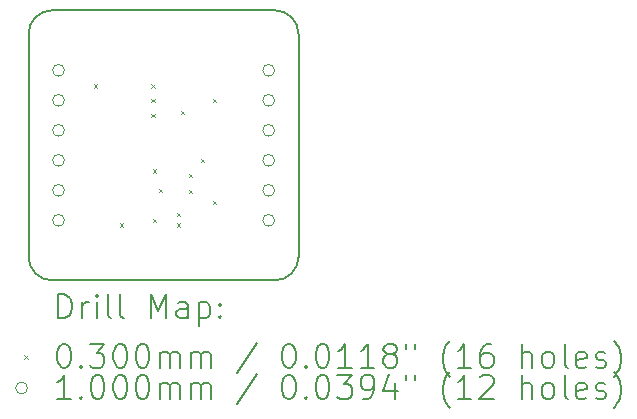
<source format=gbr>
%TF.GenerationSoftware,KiCad,Pcbnew,8.0.8*%
%TF.CreationDate,2025-02-11T20:59:32-05:00*%
%TF.ProjectId,IMU,494d552e-6b69-4636-9164-5f7063625858,rev?*%
%TF.SameCoordinates,Original*%
%TF.FileFunction,Drillmap*%
%TF.FilePolarity,Positive*%
%FSLAX45Y45*%
G04 Gerber Fmt 4.5, Leading zero omitted, Abs format (unit mm)*
G04 Created by KiCad (PCBNEW 8.0.8) date 2025-02-11 20:59:32*
%MOMM*%
%LPD*%
G01*
G04 APERTURE LIST*
%ADD10C,0.160000*%
%ADD11C,0.200000*%
%ADD12C,0.100000*%
G04 APERTURE END LIST*
D10*
X12342200Y-10881800D02*
X14228201Y-10881800D01*
X12342200Y-10881800D02*
G75*
G02*
X12142200Y-10681800I0J200000D01*
G01*
X14428201Y-10681800D02*
G75*
G02*
X14228201Y-10881801I-200001J0D01*
G01*
X14428201Y-10681800D02*
X14428201Y-8795800D01*
X14228201Y-8595800D02*
X12342200Y-8595800D01*
X12142200Y-8795800D02*
X12142200Y-10681800D01*
X14228201Y-8595800D02*
G75*
G02*
X14428200Y-8795800I-1J-200000D01*
G01*
X12142200Y-8795800D02*
G75*
G02*
X12342200Y-8595800I200000J0D01*
G01*
D11*
D12*
X12693800Y-9219800D02*
X12723800Y-9249800D01*
X12723800Y-9219800D02*
X12693800Y-9249800D01*
X12916250Y-10399000D02*
X12946250Y-10429000D01*
X12946250Y-10399000D02*
X12916250Y-10429000D01*
X13181300Y-9219800D02*
X13211300Y-9249800D01*
X13211300Y-9219800D02*
X13181300Y-9249800D01*
X13181300Y-9344800D02*
X13211300Y-9374800D01*
X13211300Y-9344800D02*
X13181300Y-9374800D01*
X13181300Y-9469800D02*
X13211300Y-9499800D01*
X13211300Y-9469800D02*
X13181300Y-9499800D01*
X13195650Y-9941800D02*
X13225650Y-9971800D01*
X13225650Y-9941800D02*
X13195650Y-9971800D01*
X13195650Y-10360900D02*
X13225650Y-10390900D01*
X13225650Y-10360900D02*
X13195650Y-10390900D01*
X13246450Y-10106900D02*
X13276450Y-10136900D01*
X13276450Y-10106900D02*
X13246450Y-10136900D01*
X13398850Y-10310100D02*
X13428850Y-10340100D01*
X13428850Y-10310100D02*
X13398850Y-10340100D01*
X13398850Y-10399000D02*
X13428850Y-10429000D01*
X13428850Y-10399000D02*
X13398850Y-10429000D01*
X13432650Y-9444400D02*
X13462650Y-9474400D01*
X13462650Y-9444400D02*
X13432650Y-9474400D01*
X13498800Y-9977800D02*
X13528800Y-10007800D01*
X13528800Y-9977800D02*
X13498800Y-10007800D01*
X13498800Y-10116400D02*
X13528800Y-10146400D01*
X13528800Y-10116400D02*
X13498800Y-10146400D01*
X13602050Y-9850800D02*
X13632050Y-9880800D01*
X13632050Y-9850800D02*
X13602050Y-9880800D01*
X13702000Y-9342800D02*
X13732000Y-9372800D01*
X13732000Y-9342800D02*
X13702000Y-9372800D01*
X13702000Y-10206400D02*
X13732000Y-10236400D01*
X13732000Y-10206400D02*
X13702000Y-10236400D01*
X12446200Y-9103800D02*
G75*
G02*
X12346200Y-9103800I-50000J0D01*
G01*
X12346200Y-9103800D02*
G75*
G02*
X12446200Y-9103800I50000J0D01*
G01*
X12446200Y-9357800D02*
G75*
G02*
X12346200Y-9357800I-50000J0D01*
G01*
X12346200Y-9357800D02*
G75*
G02*
X12446200Y-9357800I50000J0D01*
G01*
X12446200Y-9611800D02*
G75*
G02*
X12346200Y-9611800I-50000J0D01*
G01*
X12346200Y-9611800D02*
G75*
G02*
X12446200Y-9611800I50000J0D01*
G01*
X12446200Y-9865800D02*
G75*
G02*
X12346200Y-9865800I-50000J0D01*
G01*
X12346200Y-9865800D02*
G75*
G02*
X12446200Y-9865800I50000J0D01*
G01*
X12446200Y-10119800D02*
G75*
G02*
X12346200Y-10119800I-50000J0D01*
G01*
X12346200Y-10119800D02*
G75*
G02*
X12446200Y-10119800I50000J0D01*
G01*
X12446200Y-10373800D02*
G75*
G02*
X12346200Y-10373800I-50000J0D01*
G01*
X12346200Y-10373800D02*
G75*
G02*
X12446200Y-10373800I50000J0D01*
G01*
X14225200Y-9103800D02*
G75*
G02*
X14125200Y-9103800I-50000J0D01*
G01*
X14125200Y-9103800D02*
G75*
G02*
X14225200Y-9103800I50000J0D01*
G01*
X14225200Y-9357800D02*
G75*
G02*
X14125200Y-9357800I-50000J0D01*
G01*
X14125200Y-9357800D02*
G75*
G02*
X14225200Y-9357800I50000J0D01*
G01*
X14225200Y-9611800D02*
G75*
G02*
X14125200Y-9611800I-50000J0D01*
G01*
X14125200Y-9611800D02*
G75*
G02*
X14225200Y-9611800I50000J0D01*
G01*
X14225200Y-9865800D02*
G75*
G02*
X14125200Y-9865800I-50000J0D01*
G01*
X14125200Y-9865800D02*
G75*
G02*
X14225200Y-9865800I50000J0D01*
G01*
X14225200Y-10119800D02*
G75*
G02*
X14125200Y-10119800I-50000J0D01*
G01*
X14125200Y-10119800D02*
G75*
G02*
X14225200Y-10119800I50000J0D01*
G01*
X14225200Y-10373800D02*
G75*
G02*
X14125200Y-10373800I-50000J0D01*
G01*
X14125200Y-10373800D02*
G75*
G02*
X14225200Y-10373800I50000J0D01*
G01*
D11*
X12394977Y-11201284D02*
X12394977Y-11001284D01*
X12394977Y-11001284D02*
X12442596Y-11001284D01*
X12442596Y-11001284D02*
X12471167Y-11010808D01*
X12471167Y-11010808D02*
X12490215Y-11029855D01*
X12490215Y-11029855D02*
X12499739Y-11048903D01*
X12499739Y-11048903D02*
X12509262Y-11086998D01*
X12509262Y-11086998D02*
X12509262Y-11115570D01*
X12509262Y-11115570D02*
X12499739Y-11153665D01*
X12499739Y-11153665D02*
X12490215Y-11172712D01*
X12490215Y-11172712D02*
X12471167Y-11191760D01*
X12471167Y-11191760D02*
X12442596Y-11201284D01*
X12442596Y-11201284D02*
X12394977Y-11201284D01*
X12594977Y-11201284D02*
X12594977Y-11067950D01*
X12594977Y-11106046D02*
X12604501Y-11086998D01*
X12604501Y-11086998D02*
X12614024Y-11077474D01*
X12614024Y-11077474D02*
X12633072Y-11067950D01*
X12633072Y-11067950D02*
X12652120Y-11067950D01*
X12718786Y-11201284D02*
X12718786Y-11067950D01*
X12718786Y-11001284D02*
X12709262Y-11010808D01*
X12709262Y-11010808D02*
X12718786Y-11020331D01*
X12718786Y-11020331D02*
X12728310Y-11010808D01*
X12728310Y-11010808D02*
X12718786Y-11001284D01*
X12718786Y-11001284D02*
X12718786Y-11020331D01*
X12842596Y-11201284D02*
X12823548Y-11191760D01*
X12823548Y-11191760D02*
X12814024Y-11172712D01*
X12814024Y-11172712D02*
X12814024Y-11001284D01*
X12947358Y-11201284D02*
X12928310Y-11191760D01*
X12928310Y-11191760D02*
X12918786Y-11172712D01*
X12918786Y-11172712D02*
X12918786Y-11001284D01*
X13175929Y-11201284D02*
X13175929Y-11001284D01*
X13175929Y-11001284D02*
X13242596Y-11144141D01*
X13242596Y-11144141D02*
X13309262Y-11001284D01*
X13309262Y-11001284D02*
X13309262Y-11201284D01*
X13490215Y-11201284D02*
X13490215Y-11096522D01*
X13490215Y-11096522D02*
X13480691Y-11077474D01*
X13480691Y-11077474D02*
X13461643Y-11067950D01*
X13461643Y-11067950D02*
X13423548Y-11067950D01*
X13423548Y-11067950D02*
X13404501Y-11077474D01*
X13490215Y-11191760D02*
X13471167Y-11201284D01*
X13471167Y-11201284D02*
X13423548Y-11201284D01*
X13423548Y-11201284D02*
X13404501Y-11191760D01*
X13404501Y-11191760D02*
X13394977Y-11172712D01*
X13394977Y-11172712D02*
X13394977Y-11153665D01*
X13394977Y-11153665D02*
X13404501Y-11134617D01*
X13404501Y-11134617D02*
X13423548Y-11125093D01*
X13423548Y-11125093D02*
X13471167Y-11125093D01*
X13471167Y-11125093D02*
X13490215Y-11115570D01*
X13585453Y-11067950D02*
X13585453Y-11267950D01*
X13585453Y-11077474D02*
X13604501Y-11067950D01*
X13604501Y-11067950D02*
X13642596Y-11067950D01*
X13642596Y-11067950D02*
X13661643Y-11077474D01*
X13661643Y-11077474D02*
X13671167Y-11086998D01*
X13671167Y-11086998D02*
X13680691Y-11106046D01*
X13680691Y-11106046D02*
X13680691Y-11163189D01*
X13680691Y-11163189D02*
X13671167Y-11182236D01*
X13671167Y-11182236D02*
X13661643Y-11191760D01*
X13661643Y-11191760D02*
X13642596Y-11201284D01*
X13642596Y-11201284D02*
X13604501Y-11201284D01*
X13604501Y-11201284D02*
X13585453Y-11191760D01*
X13766405Y-11182236D02*
X13775929Y-11191760D01*
X13775929Y-11191760D02*
X13766405Y-11201284D01*
X13766405Y-11201284D02*
X13756882Y-11191760D01*
X13756882Y-11191760D02*
X13766405Y-11182236D01*
X13766405Y-11182236D02*
X13766405Y-11201284D01*
X13766405Y-11077474D02*
X13775929Y-11086998D01*
X13775929Y-11086998D02*
X13766405Y-11096522D01*
X13766405Y-11096522D02*
X13756882Y-11086998D01*
X13756882Y-11086998D02*
X13766405Y-11077474D01*
X13766405Y-11077474D02*
X13766405Y-11096522D01*
D12*
X12104200Y-11514800D02*
X12134200Y-11544800D01*
X12134200Y-11514800D02*
X12104200Y-11544800D01*
D11*
X12433072Y-11421284D02*
X12452120Y-11421284D01*
X12452120Y-11421284D02*
X12471167Y-11430808D01*
X12471167Y-11430808D02*
X12480691Y-11440331D01*
X12480691Y-11440331D02*
X12490215Y-11459379D01*
X12490215Y-11459379D02*
X12499739Y-11497474D01*
X12499739Y-11497474D02*
X12499739Y-11545093D01*
X12499739Y-11545093D02*
X12490215Y-11583188D01*
X12490215Y-11583188D02*
X12480691Y-11602236D01*
X12480691Y-11602236D02*
X12471167Y-11611760D01*
X12471167Y-11611760D02*
X12452120Y-11621284D01*
X12452120Y-11621284D02*
X12433072Y-11621284D01*
X12433072Y-11621284D02*
X12414024Y-11611760D01*
X12414024Y-11611760D02*
X12404501Y-11602236D01*
X12404501Y-11602236D02*
X12394977Y-11583188D01*
X12394977Y-11583188D02*
X12385453Y-11545093D01*
X12385453Y-11545093D02*
X12385453Y-11497474D01*
X12385453Y-11497474D02*
X12394977Y-11459379D01*
X12394977Y-11459379D02*
X12404501Y-11440331D01*
X12404501Y-11440331D02*
X12414024Y-11430808D01*
X12414024Y-11430808D02*
X12433072Y-11421284D01*
X12585453Y-11602236D02*
X12594977Y-11611760D01*
X12594977Y-11611760D02*
X12585453Y-11621284D01*
X12585453Y-11621284D02*
X12575929Y-11611760D01*
X12575929Y-11611760D02*
X12585453Y-11602236D01*
X12585453Y-11602236D02*
X12585453Y-11621284D01*
X12661643Y-11421284D02*
X12785453Y-11421284D01*
X12785453Y-11421284D02*
X12718786Y-11497474D01*
X12718786Y-11497474D02*
X12747358Y-11497474D01*
X12747358Y-11497474D02*
X12766405Y-11506998D01*
X12766405Y-11506998D02*
X12775929Y-11516522D01*
X12775929Y-11516522D02*
X12785453Y-11535569D01*
X12785453Y-11535569D02*
X12785453Y-11583188D01*
X12785453Y-11583188D02*
X12775929Y-11602236D01*
X12775929Y-11602236D02*
X12766405Y-11611760D01*
X12766405Y-11611760D02*
X12747358Y-11621284D01*
X12747358Y-11621284D02*
X12690215Y-11621284D01*
X12690215Y-11621284D02*
X12671167Y-11611760D01*
X12671167Y-11611760D02*
X12661643Y-11602236D01*
X12909262Y-11421284D02*
X12928310Y-11421284D01*
X12928310Y-11421284D02*
X12947358Y-11430808D01*
X12947358Y-11430808D02*
X12956882Y-11440331D01*
X12956882Y-11440331D02*
X12966405Y-11459379D01*
X12966405Y-11459379D02*
X12975929Y-11497474D01*
X12975929Y-11497474D02*
X12975929Y-11545093D01*
X12975929Y-11545093D02*
X12966405Y-11583188D01*
X12966405Y-11583188D02*
X12956882Y-11602236D01*
X12956882Y-11602236D02*
X12947358Y-11611760D01*
X12947358Y-11611760D02*
X12928310Y-11621284D01*
X12928310Y-11621284D02*
X12909262Y-11621284D01*
X12909262Y-11621284D02*
X12890215Y-11611760D01*
X12890215Y-11611760D02*
X12880691Y-11602236D01*
X12880691Y-11602236D02*
X12871167Y-11583188D01*
X12871167Y-11583188D02*
X12861643Y-11545093D01*
X12861643Y-11545093D02*
X12861643Y-11497474D01*
X12861643Y-11497474D02*
X12871167Y-11459379D01*
X12871167Y-11459379D02*
X12880691Y-11440331D01*
X12880691Y-11440331D02*
X12890215Y-11430808D01*
X12890215Y-11430808D02*
X12909262Y-11421284D01*
X13099739Y-11421284D02*
X13118786Y-11421284D01*
X13118786Y-11421284D02*
X13137834Y-11430808D01*
X13137834Y-11430808D02*
X13147358Y-11440331D01*
X13147358Y-11440331D02*
X13156882Y-11459379D01*
X13156882Y-11459379D02*
X13166405Y-11497474D01*
X13166405Y-11497474D02*
X13166405Y-11545093D01*
X13166405Y-11545093D02*
X13156882Y-11583188D01*
X13156882Y-11583188D02*
X13147358Y-11602236D01*
X13147358Y-11602236D02*
X13137834Y-11611760D01*
X13137834Y-11611760D02*
X13118786Y-11621284D01*
X13118786Y-11621284D02*
X13099739Y-11621284D01*
X13099739Y-11621284D02*
X13080691Y-11611760D01*
X13080691Y-11611760D02*
X13071167Y-11602236D01*
X13071167Y-11602236D02*
X13061643Y-11583188D01*
X13061643Y-11583188D02*
X13052120Y-11545093D01*
X13052120Y-11545093D02*
X13052120Y-11497474D01*
X13052120Y-11497474D02*
X13061643Y-11459379D01*
X13061643Y-11459379D02*
X13071167Y-11440331D01*
X13071167Y-11440331D02*
X13080691Y-11430808D01*
X13080691Y-11430808D02*
X13099739Y-11421284D01*
X13252120Y-11621284D02*
X13252120Y-11487950D01*
X13252120Y-11506998D02*
X13261643Y-11497474D01*
X13261643Y-11497474D02*
X13280691Y-11487950D01*
X13280691Y-11487950D02*
X13309263Y-11487950D01*
X13309263Y-11487950D02*
X13328310Y-11497474D01*
X13328310Y-11497474D02*
X13337834Y-11516522D01*
X13337834Y-11516522D02*
X13337834Y-11621284D01*
X13337834Y-11516522D02*
X13347358Y-11497474D01*
X13347358Y-11497474D02*
X13366405Y-11487950D01*
X13366405Y-11487950D02*
X13394977Y-11487950D01*
X13394977Y-11487950D02*
X13414024Y-11497474D01*
X13414024Y-11497474D02*
X13423548Y-11516522D01*
X13423548Y-11516522D02*
X13423548Y-11621284D01*
X13518786Y-11621284D02*
X13518786Y-11487950D01*
X13518786Y-11506998D02*
X13528310Y-11497474D01*
X13528310Y-11497474D02*
X13547358Y-11487950D01*
X13547358Y-11487950D02*
X13575929Y-11487950D01*
X13575929Y-11487950D02*
X13594977Y-11497474D01*
X13594977Y-11497474D02*
X13604501Y-11516522D01*
X13604501Y-11516522D02*
X13604501Y-11621284D01*
X13604501Y-11516522D02*
X13614024Y-11497474D01*
X13614024Y-11497474D02*
X13633072Y-11487950D01*
X13633072Y-11487950D02*
X13661643Y-11487950D01*
X13661643Y-11487950D02*
X13680691Y-11497474D01*
X13680691Y-11497474D02*
X13690215Y-11516522D01*
X13690215Y-11516522D02*
X13690215Y-11621284D01*
X14080691Y-11411760D02*
X13909263Y-11668903D01*
X14337834Y-11421284D02*
X14356882Y-11421284D01*
X14356882Y-11421284D02*
X14375929Y-11430808D01*
X14375929Y-11430808D02*
X14385453Y-11440331D01*
X14385453Y-11440331D02*
X14394977Y-11459379D01*
X14394977Y-11459379D02*
X14404501Y-11497474D01*
X14404501Y-11497474D02*
X14404501Y-11545093D01*
X14404501Y-11545093D02*
X14394977Y-11583188D01*
X14394977Y-11583188D02*
X14385453Y-11602236D01*
X14385453Y-11602236D02*
X14375929Y-11611760D01*
X14375929Y-11611760D02*
X14356882Y-11621284D01*
X14356882Y-11621284D02*
X14337834Y-11621284D01*
X14337834Y-11621284D02*
X14318786Y-11611760D01*
X14318786Y-11611760D02*
X14309263Y-11602236D01*
X14309263Y-11602236D02*
X14299739Y-11583188D01*
X14299739Y-11583188D02*
X14290215Y-11545093D01*
X14290215Y-11545093D02*
X14290215Y-11497474D01*
X14290215Y-11497474D02*
X14299739Y-11459379D01*
X14299739Y-11459379D02*
X14309263Y-11440331D01*
X14309263Y-11440331D02*
X14318786Y-11430808D01*
X14318786Y-11430808D02*
X14337834Y-11421284D01*
X14490215Y-11602236D02*
X14499739Y-11611760D01*
X14499739Y-11611760D02*
X14490215Y-11621284D01*
X14490215Y-11621284D02*
X14480691Y-11611760D01*
X14480691Y-11611760D02*
X14490215Y-11602236D01*
X14490215Y-11602236D02*
X14490215Y-11621284D01*
X14623548Y-11421284D02*
X14642596Y-11421284D01*
X14642596Y-11421284D02*
X14661644Y-11430808D01*
X14661644Y-11430808D02*
X14671167Y-11440331D01*
X14671167Y-11440331D02*
X14680691Y-11459379D01*
X14680691Y-11459379D02*
X14690215Y-11497474D01*
X14690215Y-11497474D02*
X14690215Y-11545093D01*
X14690215Y-11545093D02*
X14680691Y-11583188D01*
X14680691Y-11583188D02*
X14671167Y-11602236D01*
X14671167Y-11602236D02*
X14661644Y-11611760D01*
X14661644Y-11611760D02*
X14642596Y-11621284D01*
X14642596Y-11621284D02*
X14623548Y-11621284D01*
X14623548Y-11621284D02*
X14604501Y-11611760D01*
X14604501Y-11611760D02*
X14594977Y-11602236D01*
X14594977Y-11602236D02*
X14585453Y-11583188D01*
X14585453Y-11583188D02*
X14575929Y-11545093D01*
X14575929Y-11545093D02*
X14575929Y-11497474D01*
X14575929Y-11497474D02*
X14585453Y-11459379D01*
X14585453Y-11459379D02*
X14594977Y-11440331D01*
X14594977Y-11440331D02*
X14604501Y-11430808D01*
X14604501Y-11430808D02*
X14623548Y-11421284D01*
X14880691Y-11621284D02*
X14766406Y-11621284D01*
X14823548Y-11621284D02*
X14823548Y-11421284D01*
X14823548Y-11421284D02*
X14804501Y-11449855D01*
X14804501Y-11449855D02*
X14785453Y-11468903D01*
X14785453Y-11468903D02*
X14766406Y-11478427D01*
X15071167Y-11621284D02*
X14956882Y-11621284D01*
X15014025Y-11621284D02*
X15014025Y-11421284D01*
X15014025Y-11421284D02*
X14994977Y-11449855D01*
X14994977Y-11449855D02*
X14975929Y-11468903D01*
X14975929Y-11468903D02*
X14956882Y-11478427D01*
X15185453Y-11506998D02*
X15166406Y-11497474D01*
X15166406Y-11497474D02*
X15156882Y-11487950D01*
X15156882Y-11487950D02*
X15147358Y-11468903D01*
X15147358Y-11468903D02*
X15147358Y-11459379D01*
X15147358Y-11459379D02*
X15156882Y-11440331D01*
X15156882Y-11440331D02*
X15166406Y-11430808D01*
X15166406Y-11430808D02*
X15185453Y-11421284D01*
X15185453Y-11421284D02*
X15223548Y-11421284D01*
X15223548Y-11421284D02*
X15242596Y-11430808D01*
X15242596Y-11430808D02*
X15252120Y-11440331D01*
X15252120Y-11440331D02*
X15261644Y-11459379D01*
X15261644Y-11459379D02*
X15261644Y-11468903D01*
X15261644Y-11468903D02*
X15252120Y-11487950D01*
X15252120Y-11487950D02*
X15242596Y-11497474D01*
X15242596Y-11497474D02*
X15223548Y-11506998D01*
X15223548Y-11506998D02*
X15185453Y-11506998D01*
X15185453Y-11506998D02*
X15166406Y-11516522D01*
X15166406Y-11516522D02*
X15156882Y-11526046D01*
X15156882Y-11526046D02*
X15147358Y-11545093D01*
X15147358Y-11545093D02*
X15147358Y-11583188D01*
X15147358Y-11583188D02*
X15156882Y-11602236D01*
X15156882Y-11602236D02*
X15166406Y-11611760D01*
X15166406Y-11611760D02*
X15185453Y-11621284D01*
X15185453Y-11621284D02*
X15223548Y-11621284D01*
X15223548Y-11621284D02*
X15242596Y-11611760D01*
X15242596Y-11611760D02*
X15252120Y-11602236D01*
X15252120Y-11602236D02*
X15261644Y-11583188D01*
X15261644Y-11583188D02*
X15261644Y-11545093D01*
X15261644Y-11545093D02*
X15252120Y-11526046D01*
X15252120Y-11526046D02*
X15242596Y-11516522D01*
X15242596Y-11516522D02*
X15223548Y-11506998D01*
X15337834Y-11421284D02*
X15337834Y-11459379D01*
X15414025Y-11421284D02*
X15414025Y-11459379D01*
X15709263Y-11697474D02*
X15699739Y-11687950D01*
X15699739Y-11687950D02*
X15680691Y-11659379D01*
X15680691Y-11659379D02*
X15671168Y-11640331D01*
X15671168Y-11640331D02*
X15661644Y-11611760D01*
X15661644Y-11611760D02*
X15652120Y-11564141D01*
X15652120Y-11564141D02*
X15652120Y-11526046D01*
X15652120Y-11526046D02*
X15661644Y-11478427D01*
X15661644Y-11478427D02*
X15671168Y-11449855D01*
X15671168Y-11449855D02*
X15680691Y-11430808D01*
X15680691Y-11430808D02*
X15699739Y-11402236D01*
X15699739Y-11402236D02*
X15709263Y-11392712D01*
X15890215Y-11621284D02*
X15775929Y-11621284D01*
X15833072Y-11621284D02*
X15833072Y-11421284D01*
X15833072Y-11421284D02*
X15814025Y-11449855D01*
X15814025Y-11449855D02*
X15794977Y-11468903D01*
X15794977Y-11468903D02*
X15775929Y-11478427D01*
X16061644Y-11421284D02*
X16023548Y-11421284D01*
X16023548Y-11421284D02*
X16004501Y-11430808D01*
X16004501Y-11430808D02*
X15994977Y-11440331D01*
X15994977Y-11440331D02*
X15975929Y-11468903D01*
X15975929Y-11468903D02*
X15966406Y-11506998D01*
X15966406Y-11506998D02*
X15966406Y-11583188D01*
X15966406Y-11583188D02*
X15975929Y-11602236D01*
X15975929Y-11602236D02*
X15985453Y-11611760D01*
X15985453Y-11611760D02*
X16004501Y-11621284D01*
X16004501Y-11621284D02*
X16042596Y-11621284D01*
X16042596Y-11621284D02*
X16061644Y-11611760D01*
X16061644Y-11611760D02*
X16071168Y-11602236D01*
X16071168Y-11602236D02*
X16080691Y-11583188D01*
X16080691Y-11583188D02*
X16080691Y-11535569D01*
X16080691Y-11535569D02*
X16071168Y-11516522D01*
X16071168Y-11516522D02*
X16061644Y-11506998D01*
X16061644Y-11506998D02*
X16042596Y-11497474D01*
X16042596Y-11497474D02*
X16004501Y-11497474D01*
X16004501Y-11497474D02*
X15985453Y-11506998D01*
X15985453Y-11506998D02*
X15975929Y-11516522D01*
X15975929Y-11516522D02*
X15966406Y-11535569D01*
X16318787Y-11621284D02*
X16318787Y-11421284D01*
X16404501Y-11621284D02*
X16404501Y-11516522D01*
X16404501Y-11516522D02*
X16394977Y-11497474D01*
X16394977Y-11497474D02*
X16375930Y-11487950D01*
X16375930Y-11487950D02*
X16347358Y-11487950D01*
X16347358Y-11487950D02*
X16328310Y-11497474D01*
X16328310Y-11497474D02*
X16318787Y-11506998D01*
X16528310Y-11621284D02*
X16509263Y-11611760D01*
X16509263Y-11611760D02*
X16499739Y-11602236D01*
X16499739Y-11602236D02*
X16490215Y-11583188D01*
X16490215Y-11583188D02*
X16490215Y-11526046D01*
X16490215Y-11526046D02*
X16499739Y-11506998D01*
X16499739Y-11506998D02*
X16509263Y-11497474D01*
X16509263Y-11497474D02*
X16528310Y-11487950D01*
X16528310Y-11487950D02*
X16556882Y-11487950D01*
X16556882Y-11487950D02*
X16575930Y-11497474D01*
X16575930Y-11497474D02*
X16585453Y-11506998D01*
X16585453Y-11506998D02*
X16594977Y-11526046D01*
X16594977Y-11526046D02*
X16594977Y-11583188D01*
X16594977Y-11583188D02*
X16585453Y-11602236D01*
X16585453Y-11602236D02*
X16575930Y-11611760D01*
X16575930Y-11611760D02*
X16556882Y-11621284D01*
X16556882Y-11621284D02*
X16528310Y-11621284D01*
X16709263Y-11621284D02*
X16690215Y-11611760D01*
X16690215Y-11611760D02*
X16680691Y-11592712D01*
X16680691Y-11592712D02*
X16680691Y-11421284D01*
X16861644Y-11611760D02*
X16842596Y-11621284D01*
X16842596Y-11621284D02*
X16804501Y-11621284D01*
X16804501Y-11621284D02*
X16785453Y-11611760D01*
X16785453Y-11611760D02*
X16775930Y-11592712D01*
X16775930Y-11592712D02*
X16775930Y-11516522D01*
X16775930Y-11516522D02*
X16785453Y-11497474D01*
X16785453Y-11497474D02*
X16804501Y-11487950D01*
X16804501Y-11487950D02*
X16842596Y-11487950D01*
X16842596Y-11487950D02*
X16861644Y-11497474D01*
X16861644Y-11497474D02*
X16871168Y-11516522D01*
X16871168Y-11516522D02*
X16871168Y-11535569D01*
X16871168Y-11535569D02*
X16775930Y-11554617D01*
X16947358Y-11611760D02*
X16966406Y-11621284D01*
X16966406Y-11621284D02*
X17004501Y-11621284D01*
X17004501Y-11621284D02*
X17023549Y-11611760D01*
X17023549Y-11611760D02*
X17033073Y-11592712D01*
X17033073Y-11592712D02*
X17033073Y-11583188D01*
X17033073Y-11583188D02*
X17023549Y-11564141D01*
X17023549Y-11564141D02*
X17004501Y-11554617D01*
X17004501Y-11554617D02*
X16975930Y-11554617D01*
X16975930Y-11554617D02*
X16956882Y-11545093D01*
X16956882Y-11545093D02*
X16947358Y-11526046D01*
X16947358Y-11526046D02*
X16947358Y-11516522D01*
X16947358Y-11516522D02*
X16956882Y-11497474D01*
X16956882Y-11497474D02*
X16975930Y-11487950D01*
X16975930Y-11487950D02*
X17004501Y-11487950D01*
X17004501Y-11487950D02*
X17023549Y-11497474D01*
X17099739Y-11697474D02*
X17109263Y-11687950D01*
X17109263Y-11687950D02*
X17128311Y-11659379D01*
X17128311Y-11659379D02*
X17137834Y-11640331D01*
X17137834Y-11640331D02*
X17147358Y-11611760D01*
X17147358Y-11611760D02*
X17156882Y-11564141D01*
X17156882Y-11564141D02*
X17156882Y-11526046D01*
X17156882Y-11526046D02*
X17147358Y-11478427D01*
X17147358Y-11478427D02*
X17137834Y-11449855D01*
X17137834Y-11449855D02*
X17128311Y-11430808D01*
X17128311Y-11430808D02*
X17109263Y-11402236D01*
X17109263Y-11402236D02*
X17099739Y-11392712D01*
D12*
X12134200Y-11793800D02*
G75*
G02*
X12034200Y-11793800I-50000J0D01*
G01*
X12034200Y-11793800D02*
G75*
G02*
X12134200Y-11793800I50000J0D01*
G01*
D11*
X12499739Y-11885284D02*
X12385453Y-11885284D01*
X12442596Y-11885284D02*
X12442596Y-11685284D01*
X12442596Y-11685284D02*
X12423548Y-11713855D01*
X12423548Y-11713855D02*
X12404501Y-11732903D01*
X12404501Y-11732903D02*
X12385453Y-11742427D01*
X12585453Y-11866236D02*
X12594977Y-11875760D01*
X12594977Y-11875760D02*
X12585453Y-11885284D01*
X12585453Y-11885284D02*
X12575929Y-11875760D01*
X12575929Y-11875760D02*
X12585453Y-11866236D01*
X12585453Y-11866236D02*
X12585453Y-11885284D01*
X12718786Y-11685284D02*
X12737834Y-11685284D01*
X12737834Y-11685284D02*
X12756882Y-11694808D01*
X12756882Y-11694808D02*
X12766405Y-11704331D01*
X12766405Y-11704331D02*
X12775929Y-11723379D01*
X12775929Y-11723379D02*
X12785453Y-11761474D01*
X12785453Y-11761474D02*
X12785453Y-11809093D01*
X12785453Y-11809093D02*
X12775929Y-11847188D01*
X12775929Y-11847188D02*
X12766405Y-11866236D01*
X12766405Y-11866236D02*
X12756882Y-11875760D01*
X12756882Y-11875760D02*
X12737834Y-11885284D01*
X12737834Y-11885284D02*
X12718786Y-11885284D01*
X12718786Y-11885284D02*
X12699739Y-11875760D01*
X12699739Y-11875760D02*
X12690215Y-11866236D01*
X12690215Y-11866236D02*
X12680691Y-11847188D01*
X12680691Y-11847188D02*
X12671167Y-11809093D01*
X12671167Y-11809093D02*
X12671167Y-11761474D01*
X12671167Y-11761474D02*
X12680691Y-11723379D01*
X12680691Y-11723379D02*
X12690215Y-11704331D01*
X12690215Y-11704331D02*
X12699739Y-11694808D01*
X12699739Y-11694808D02*
X12718786Y-11685284D01*
X12909262Y-11685284D02*
X12928310Y-11685284D01*
X12928310Y-11685284D02*
X12947358Y-11694808D01*
X12947358Y-11694808D02*
X12956882Y-11704331D01*
X12956882Y-11704331D02*
X12966405Y-11723379D01*
X12966405Y-11723379D02*
X12975929Y-11761474D01*
X12975929Y-11761474D02*
X12975929Y-11809093D01*
X12975929Y-11809093D02*
X12966405Y-11847188D01*
X12966405Y-11847188D02*
X12956882Y-11866236D01*
X12956882Y-11866236D02*
X12947358Y-11875760D01*
X12947358Y-11875760D02*
X12928310Y-11885284D01*
X12928310Y-11885284D02*
X12909262Y-11885284D01*
X12909262Y-11885284D02*
X12890215Y-11875760D01*
X12890215Y-11875760D02*
X12880691Y-11866236D01*
X12880691Y-11866236D02*
X12871167Y-11847188D01*
X12871167Y-11847188D02*
X12861643Y-11809093D01*
X12861643Y-11809093D02*
X12861643Y-11761474D01*
X12861643Y-11761474D02*
X12871167Y-11723379D01*
X12871167Y-11723379D02*
X12880691Y-11704331D01*
X12880691Y-11704331D02*
X12890215Y-11694808D01*
X12890215Y-11694808D02*
X12909262Y-11685284D01*
X13099739Y-11685284D02*
X13118786Y-11685284D01*
X13118786Y-11685284D02*
X13137834Y-11694808D01*
X13137834Y-11694808D02*
X13147358Y-11704331D01*
X13147358Y-11704331D02*
X13156882Y-11723379D01*
X13156882Y-11723379D02*
X13166405Y-11761474D01*
X13166405Y-11761474D02*
X13166405Y-11809093D01*
X13166405Y-11809093D02*
X13156882Y-11847188D01*
X13156882Y-11847188D02*
X13147358Y-11866236D01*
X13147358Y-11866236D02*
X13137834Y-11875760D01*
X13137834Y-11875760D02*
X13118786Y-11885284D01*
X13118786Y-11885284D02*
X13099739Y-11885284D01*
X13099739Y-11885284D02*
X13080691Y-11875760D01*
X13080691Y-11875760D02*
X13071167Y-11866236D01*
X13071167Y-11866236D02*
X13061643Y-11847188D01*
X13061643Y-11847188D02*
X13052120Y-11809093D01*
X13052120Y-11809093D02*
X13052120Y-11761474D01*
X13052120Y-11761474D02*
X13061643Y-11723379D01*
X13061643Y-11723379D02*
X13071167Y-11704331D01*
X13071167Y-11704331D02*
X13080691Y-11694808D01*
X13080691Y-11694808D02*
X13099739Y-11685284D01*
X13252120Y-11885284D02*
X13252120Y-11751950D01*
X13252120Y-11770998D02*
X13261643Y-11761474D01*
X13261643Y-11761474D02*
X13280691Y-11751950D01*
X13280691Y-11751950D02*
X13309263Y-11751950D01*
X13309263Y-11751950D02*
X13328310Y-11761474D01*
X13328310Y-11761474D02*
X13337834Y-11780522D01*
X13337834Y-11780522D02*
X13337834Y-11885284D01*
X13337834Y-11780522D02*
X13347358Y-11761474D01*
X13347358Y-11761474D02*
X13366405Y-11751950D01*
X13366405Y-11751950D02*
X13394977Y-11751950D01*
X13394977Y-11751950D02*
X13414024Y-11761474D01*
X13414024Y-11761474D02*
X13423548Y-11780522D01*
X13423548Y-11780522D02*
X13423548Y-11885284D01*
X13518786Y-11885284D02*
X13518786Y-11751950D01*
X13518786Y-11770998D02*
X13528310Y-11761474D01*
X13528310Y-11761474D02*
X13547358Y-11751950D01*
X13547358Y-11751950D02*
X13575929Y-11751950D01*
X13575929Y-11751950D02*
X13594977Y-11761474D01*
X13594977Y-11761474D02*
X13604501Y-11780522D01*
X13604501Y-11780522D02*
X13604501Y-11885284D01*
X13604501Y-11780522D02*
X13614024Y-11761474D01*
X13614024Y-11761474D02*
X13633072Y-11751950D01*
X13633072Y-11751950D02*
X13661643Y-11751950D01*
X13661643Y-11751950D02*
X13680691Y-11761474D01*
X13680691Y-11761474D02*
X13690215Y-11780522D01*
X13690215Y-11780522D02*
X13690215Y-11885284D01*
X14080691Y-11675760D02*
X13909263Y-11932903D01*
X14337834Y-11685284D02*
X14356882Y-11685284D01*
X14356882Y-11685284D02*
X14375929Y-11694808D01*
X14375929Y-11694808D02*
X14385453Y-11704331D01*
X14385453Y-11704331D02*
X14394977Y-11723379D01*
X14394977Y-11723379D02*
X14404501Y-11761474D01*
X14404501Y-11761474D02*
X14404501Y-11809093D01*
X14404501Y-11809093D02*
X14394977Y-11847188D01*
X14394977Y-11847188D02*
X14385453Y-11866236D01*
X14385453Y-11866236D02*
X14375929Y-11875760D01*
X14375929Y-11875760D02*
X14356882Y-11885284D01*
X14356882Y-11885284D02*
X14337834Y-11885284D01*
X14337834Y-11885284D02*
X14318786Y-11875760D01*
X14318786Y-11875760D02*
X14309263Y-11866236D01*
X14309263Y-11866236D02*
X14299739Y-11847188D01*
X14299739Y-11847188D02*
X14290215Y-11809093D01*
X14290215Y-11809093D02*
X14290215Y-11761474D01*
X14290215Y-11761474D02*
X14299739Y-11723379D01*
X14299739Y-11723379D02*
X14309263Y-11704331D01*
X14309263Y-11704331D02*
X14318786Y-11694808D01*
X14318786Y-11694808D02*
X14337834Y-11685284D01*
X14490215Y-11866236D02*
X14499739Y-11875760D01*
X14499739Y-11875760D02*
X14490215Y-11885284D01*
X14490215Y-11885284D02*
X14480691Y-11875760D01*
X14480691Y-11875760D02*
X14490215Y-11866236D01*
X14490215Y-11866236D02*
X14490215Y-11885284D01*
X14623548Y-11685284D02*
X14642596Y-11685284D01*
X14642596Y-11685284D02*
X14661644Y-11694808D01*
X14661644Y-11694808D02*
X14671167Y-11704331D01*
X14671167Y-11704331D02*
X14680691Y-11723379D01*
X14680691Y-11723379D02*
X14690215Y-11761474D01*
X14690215Y-11761474D02*
X14690215Y-11809093D01*
X14690215Y-11809093D02*
X14680691Y-11847188D01*
X14680691Y-11847188D02*
X14671167Y-11866236D01*
X14671167Y-11866236D02*
X14661644Y-11875760D01*
X14661644Y-11875760D02*
X14642596Y-11885284D01*
X14642596Y-11885284D02*
X14623548Y-11885284D01*
X14623548Y-11885284D02*
X14604501Y-11875760D01*
X14604501Y-11875760D02*
X14594977Y-11866236D01*
X14594977Y-11866236D02*
X14585453Y-11847188D01*
X14585453Y-11847188D02*
X14575929Y-11809093D01*
X14575929Y-11809093D02*
X14575929Y-11761474D01*
X14575929Y-11761474D02*
X14585453Y-11723379D01*
X14585453Y-11723379D02*
X14594977Y-11704331D01*
X14594977Y-11704331D02*
X14604501Y-11694808D01*
X14604501Y-11694808D02*
X14623548Y-11685284D01*
X14756882Y-11685284D02*
X14880691Y-11685284D01*
X14880691Y-11685284D02*
X14814025Y-11761474D01*
X14814025Y-11761474D02*
X14842596Y-11761474D01*
X14842596Y-11761474D02*
X14861644Y-11770998D01*
X14861644Y-11770998D02*
X14871167Y-11780522D01*
X14871167Y-11780522D02*
X14880691Y-11799569D01*
X14880691Y-11799569D02*
X14880691Y-11847188D01*
X14880691Y-11847188D02*
X14871167Y-11866236D01*
X14871167Y-11866236D02*
X14861644Y-11875760D01*
X14861644Y-11875760D02*
X14842596Y-11885284D01*
X14842596Y-11885284D02*
X14785453Y-11885284D01*
X14785453Y-11885284D02*
X14766406Y-11875760D01*
X14766406Y-11875760D02*
X14756882Y-11866236D01*
X14975929Y-11885284D02*
X15014025Y-11885284D01*
X15014025Y-11885284D02*
X15033072Y-11875760D01*
X15033072Y-11875760D02*
X15042596Y-11866236D01*
X15042596Y-11866236D02*
X15061644Y-11837665D01*
X15061644Y-11837665D02*
X15071167Y-11799569D01*
X15071167Y-11799569D02*
X15071167Y-11723379D01*
X15071167Y-11723379D02*
X15061644Y-11704331D01*
X15061644Y-11704331D02*
X15052120Y-11694808D01*
X15052120Y-11694808D02*
X15033072Y-11685284D01*
X15033072Y-11685284D02*
X14994977Y-11685284D01*
X14994977Y-11685284D02*
X14975929Y-11694808D01*
X14975929Y-11694808D02*
X14966406Y-11704331D01*
X14966406Y-11704331D02*
X14956882Y-11723379D01*
X14956882Y-11723379D02*
X14956882Y-11770998D01*
X14956882Y-11770998D02*
X14966406Y-11790046D01*
X14966406Y-11790046D02*
X14975929Y-11799569D01*
X14975929Y-11799569D02*
X14994977Y-11809093D01*
X14994977Y-11809093D02*
X15033072Y-11809093D01*
X15033072Y-11809093D02*
X15052120Y-11799569D01*
X15052120Y-11799569D02*
X15061644Y-11790046D01*
X15061644Y-11790046D02*
X15071167Y-11770998D01*
X15242596Y-11751950D02*
X15242596Y-11885284D01*
X15194977Y-11675760D02*
X15147358Y-11818617D01*
X15147358Y-11818617D02*
X15271167Y-11818617D01*
X15337834Y-11685284D02*
X15337834Y-11723379D01*
X15414025Y-11685284D02*
X15414025Y-11723379D01*
X15709263Y-11961474D02*
X15699739Y-11951950D01*
X15699739Y-11951950D02*
X15680691Y-11923379D01*
X15680691Y-11923379D02*
X15671168Y-11904331D01*
X15671168Y-11904331D02*
X15661644Y-11875760D01*
X15661644Y-11875760D02*
X15652120Y-11828141D01*
X15652120Y-11828141D02*
X15652120Y-11790046D01*
X15652120Y-11790046D02*
X15661644Y-11742427D01*
X15661644Y-11742427D02*
X15671168Y-11713855D01*
X15671168Y-11713855D02*
X15680691Y-11694808D01*
X15680691Y-11694808D02*
X15699739Y-11666236D01*
X15699739Y-11666236D02*
X15709263Y-11656712D01*
X15890215Y-11885284D02*
X15775929Y-11885284D01*
X15833072Y-11885284D02*
X15833072Y-11685284D01*
X15833072Y-11685284D02*
X15814025Y-11713855D01*
X15814025Y-11713855D02*
X15794977Y-11732903D01*
X15794977Y-11732903D02*
X15775929Y-11742427D01*
X15966406Y-11704331D02*
X15975929Y-11694808D01*
X15975929Y-11694808D02*
X15994977Y-11685284D01*
X15994977Y-11685284D02*
X16042596Y-11685284D01*
X16042596Y-11685284D02*
X16061644Y-11694808D01*
X16061644Y-11694808D02*
X16071168Y-11704331D01*
X16071168Y-11704331D02*
X16080691Y-11723379D01*
X16080691Y-11723379D02*
X16080691Y-11742427D01*
X16080691Y-11742427D02*
X16071168Y-11770998D01*
X16071168Y-11770998D02*
X15956882Y-11885284D01*
X15956882Y-11885284D02*
X16080691Y-11885284D01*
X16318787Y-11885284D02*
X16318787Y-11685284D01*
X16404501Y-11885284D02*
X16404501Y-11780522D01*
X16404501Y-11780522D02*
X16394977Y-11761474D01*
X16394977Y-11761474D02*
X16375930Y-11751950D01*
X16375930Y-11751950D02*
X16347358Y-11751950D01*
X16347358Y-11751950D02*
X16328310Y-11761474D01*
X16328310Y-11761474D02*
X16318787Y-11770998D01*
X16528310Y-11885284D02*
X16509263Y-11875760D01*
X16509263Y-11875760D02*
X16499739Y-11866236D01*
X16499739Y-11866236D02*
X16490215Y-11847188D01*
X16490215Y-11847188D02*
X16490215Y-11790046D01*
X16490215Y-11790046D02*
X16499739Y-11770998D01*
X16499739Y-11770998D02*
X16509263Y-11761474D01*
X16509263Y-11761474D02*
X16528310Y-11751950D01*
X16528310Y-11751950D02*
X16556882Y-11751950D01*
X16556882Y-11751950D02*
X16575930Y-11761474D01*
X16575930Y-11761474D02*
X16585453Y-11770998D01*
X16585453Y-11770998D02*
X16594977Y-11790046D01*
X16594977Y-11790046D02*
X16594977Y-11847188D01*
X16594977Y-11847188D02*
X16585453Y-11866236D01*
X16585453Y-11866236D02*
X16575930Y-11875760D01*
X16575930Y-11875760D02*
X16556882Y-11885284D01*
X16556882Y-11885284D02*
X16528310Y-11885284D01*
X16709263Y-11885284D02*
X16690215Y-11875760D01*
X16690215Y-11875760D02*
X16680691Y-11856712D01*
X16680691Y-11856712D02*
X16680691Y-11685284D01*
X16861644Y-11875760D02*
X16842596Y-11885284D01*
X16842596Y-11885284D02*
X16804501Y-11885284D01*
X16804501Y-11885284D02*
X16785453Y-11875760D01*
X16785453Y-11875760D02*
X16775930Y-11856712D01*
X16775930Y-11856712D02*
X16775930Y-11780522D01*
X16775930Y-11780522D02*
X16785453Y-11761474D01*
X16785453Y-11761474D02*
X16804501Y-11751950D01*
X16804501Y-11751950D02*
X16842596Y-11751950D01*
X16842596Y-11751950D02*
X16861644Y-11761474D01*
X16861644Y-11761474D02*
X16871168Y-11780522D01*
X16871168Y-11780522D02*
X16871168Y-11799569D01*
X16871168Y-11799569D02*
X16775930Y-11818617D01*
X16947358Y-11875760D02*
X16966406Y-11885284D01*
X16966406Y-11885284D02*
X17004501Y-11885284D01*
X17004501Y-11885284D02*
X17023549Y-11875760D01*
X17023549Y-11875760D02*
X17033073Y-11856712D01*
X17033073Y-11856712D02*
X17033073Y-11847188D01*
X17033073Y-11847188D02*
X17023549Y-11828141D01*
X17023549Y-11828141D02*
X17004501Y-11818617D01*
X17004501Y-11818617D02*
X16975930Y-11818617D01*
X16975930Y-11818617D02*
X16956882Y-11809093D01*
X16956882Y-11809093D02*
X16947358Y-11790046D01*
X16947358Y-11790046D02*
X16947358Y-11780522D01*
X16947358Y-11780522D02*
X16956882Y-11761474D01*
X16956882Y-11761474D02*
X16975930Y-11751950D01*
X16975930Y-11751950D02*
X17004501Y-11751950D01*
X17004501Y-11751950D02*
X17023549Y-11761474D01*
X17099739Y-11961474D02*
X17109263Y-11951950D01*
X17109263Y-11951950D02*
X17128311Y-11923379D01*
X17128311Y-11923379D02*
X17137834Y-11904331D01*
X17137834Y-11904331D02*
X17147358Y-11875760D01*
X17147358Y-11875760D02*
X17156882Y-11828141D01*
X17156882Y-11828141D02*
X17156882Y-11790046D01*
X17156882Y-11790046D02*
X17147358Y-11742427D01*
X17147358Y-11742427D02*
X17137834Y-11713855D01*
X17137834Y-11713855D02*
X17128311Y-11694808D01*
X17128311Y-11694808D02*
X17109263Y-11666236D01*
X17109263Y-11666236D02*
X17099739Y-11656712D01*
M02*

</source>
